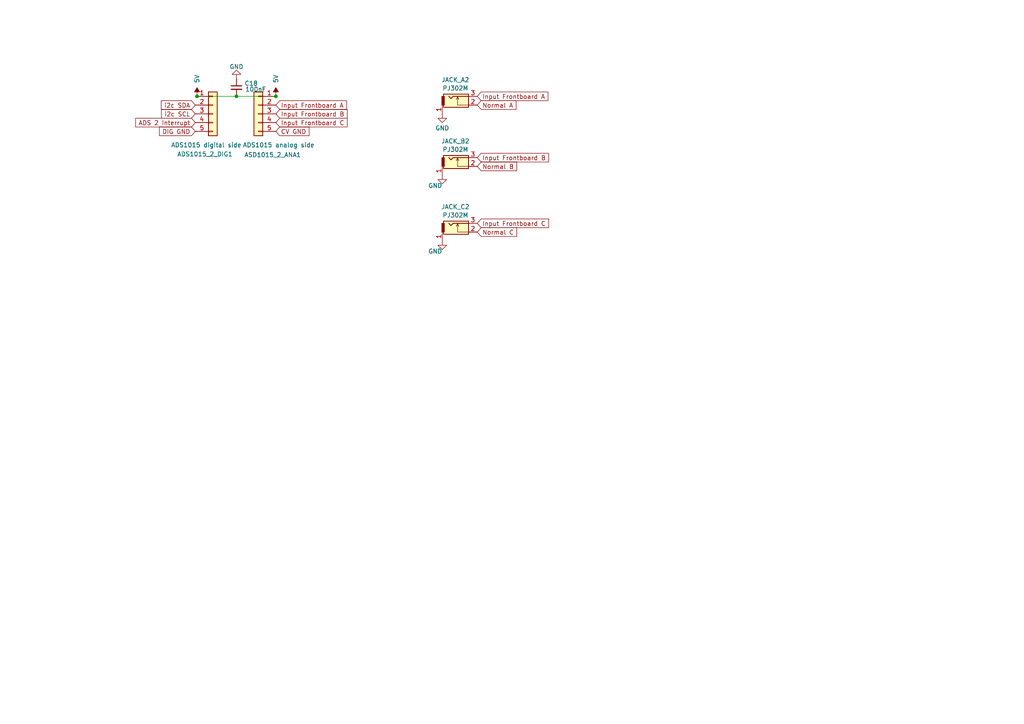
<source format=kicad_sch>
(kicad_sch (version 20231120) (generator "eeschema") (generator_version "8.0")
  (paper "A4")
  (lib_symbols
    (symbol "Akiyuki_Connector:PJ302M" (pin_names (offset 1.016))
      (property "Reference" "J" (at -1.27 4.445 0))
      (property "Value" "PJ302M" (at 1.27 -2.54 0))
      (symbol "PJ302M_0_1"
        (rectangle (start -4.699 3.175) (end 2.54 -0.635) (stroke (width 0.254)) (fill (type background)))
        (rectangle (start -4.445 0) (end -5.207 2.54) (fill (type outline)))
        (polyline (pts (xy -0.635 2.413) (xy -0.254 1.651)))
        (polyline (pts (xy 2.54 0) (xy -0.635 0) (xy -0.635 2.413) (xy -1.016 1.651)))
        (polyline (pts (xy 2.54 2.54) (xy -1.905 2.54) (xy -2.54 1.905) (xy -3.175 2.54)) (stroke (width 0.254)))
      )
      (symbol "PJ302M_1_1"
        (pin passive line (at -5.08 -2.54 90) (length 2.54) (name "~") (number "1"))
        (pin passive line (at 5.08 0 180) (length 2.54) (name "~") (number "2"))
        (pin passive line (at 5.08 2.54 180) (length 2.54) (name "~") (number "3"))
      )
    )
    (symbol "Connector_Generic:Conn_01x05" (pin_names (offset 1.016) hide)
      (property "Reference" "J" (at 0 7.62 0))
      (property "Value" "Conn_01x05" (at 0 -7.62 0))
      (symbol "Conn_01x05_1_1"
        (rectangle (start -1.27 -4.953) (end 0 -5.207) (stroke (width 0.1524)))
        (rectangle (start -1.27 -2.413) (end 0 -2.667) (stroke (width 0.1524)))
        (rectangle (start -1.27 0.127) (end 0 -0.127) (stroke (width 0.1524)))
        (rectangle (start -1.27 2.667) (end 0 2.413) (stroke (width 0.1524)))
        (rectangle (start -1.27 5.207) (end 0 4.953) (stroke (width 0.1524)))
        (rectangle (start -1.27 6.35) (end 1.27 -6.35) (stroke (width 0.254)) (fill (type background)))
        (pin passive line (at -5.08 5.08 0) (length 3.81) (name "Pin_1") (number "1"))
        (pin passive line (at -5.08 2.54 0) (length 3.81) (name "Pin_2") (number "2"))
        (pin passive line (at -5.08 0 0) (length 3.81) (name "Pin_3") (number "3"))
        (pin passive line (at -5.08 -2.54 0) (length 3.81) (name "Pin_4") (number "4"))
        (pin passive line (at -5.08 -5.08 0) (length 3.81) (name "Pin_5") (number "5"))
      )
    )
    (symbol "Device:C_Small" (pin_numbers hide) (pin_names (offset 0.254) hide)
      (property "Reference" "C" (at 0.254 1.778 0))
      (property "Value" "C_Small" (at 0.254 -2.032 0))
      (symbol "C_Small_0_1"
        (polyline (pts (xy -1.524 -0.508) (xy 1.524 -0.508)) (stroke (width 0.3302)))
        (polyline (pts (xy -1.524 0.508) (xy 1.524 0.508)) (stroke (width 0.3048)))
      )
      (symbol "C_Small_1_1"
        (pin passive line (at 0 2.54 270) (length 2.032) (name "~") (number "1"))
        (pin passive line (at 0 -2.54 90) (length 2.032) (name "~") (number "2"))
      )
    )
    (symbol "power:-12V" (power) (pin_numbers hide) (pin_names (offset 0) hide)
      (property "Value" "-12V" (at 0 3.556 0))
      (symbol "-12V_0_0"
        (pin power_in line (at 0 0 90) (length 0) (name "~") (number "1"))
      )
      (symbol "-12V_0_1"
        (polyline (pts (xy 0 0) (xy 0 1.27) (xy 0.762 1.27) (xy 0 2.54) (xy -0.762 1.27) (xy 0 1.27)) (fill (type outline)))
      )
    )
    (symbol "power:GND" (power) (pin_names (offset 0))
      (property "Value" "GND" (at 0 -3.81 0))
      (symbol "GND_0_1"
        (polyline (pts (xy 0 0) (xy 0 -1.27) (xy 1.27 -1.27) (xy 0 -2.54) (xy -1.27 -1.27) (xy 0 -1.27)))
      )
      (symbol "GND_1_1"
        (pin power_in line (at 0 0 270) (length 0) hide (name "GND") (number "1"))
      )
    )
  )
  (junction (at 80.01 27.94))
  (junction (at 57.15 27.94))
  (junction (at 68.58 27.94))
  (wire (pts (xy 56.642 27.94) (xy 57.15 27.94)))
  (wire (pts (xy 57.15 27.94) (xy 68.58 27.94)))
  (wire (pts (xy 68.58 27.94) (xy 80.01 27.94)))
  (global_label "Input Frontboard A" (shape input) (at 80.01 30.48 0) (property "Intersheetrefs" "${INTERSHEET_REFS}" (effects (hide yes))))
  (global_label "Input Frontboard B" (shape input) (at 138.43 45.72 0) (property "Intersheetrefs" "${INTERSHEET_REFS}" (effects (hide yes))))
  (global_label "i2c SCL" (shape input) (at 56.642 33.02 180) (property "Intersheetrefs" "${INTERSHEET_REFS}" (effects (hide yes))))
  (global_label "Normal C" (shape input) (at 138.43 67.31 0) (property "Intersheetrefs" "${INTERSHEET_REFS}" (effects (hide yes))))
  (global_label "Input Frontboard C" (shape input) (at 138.43 64.77 0) (property "Intersheetrefs" "${INTERSHEET_REFS}" (effects (hide yes))))
  (global_label "Normal A" (shape input) (at 138.43 30.48 0) (property "Intersheetrefs" "${INTERSHEET_REFS}" (effects (hide yes))))
  (global_label "Input Frontboard A" (shape input) (at 138.43 27.94 0) (property "Intersheetrefs" "${INTERSHEET_REFS}" (effects (hide yes))))
  (global_label "DIG GND" (shape input) (at 56.642 38.1 180) (property "Intersheetrefs" "${INTERSHEET_REFS}" (effects (hide yes))))
  (global_label "ADS 2 Interrupt" (shape input) (at 56.642 35.56 180) (property "Intersheetrefs" "${INTERSHEET_REFS}" (effects (hide yes))))
  (global_label "Input Frontboard C" (shape input) (at 80.01 35.56 0) (property "Intersheetrefs" "${INTERSHEET_REFS}" (effects (hide yes))))
  (global_label "Normal B" (shape input) (at 138.43 48.26 0) (property "Intersheetrefs" "${INTERSHEET_REFS}" (effects (hide yes))))
  (global_label "i2c SDA" (shape input) (at 56.642 30.48 180) (property "Intersheetrefs" "${INTERSHEET_REFS}" (effects (hide yes))))
  (global_label "CV GND" (shape input) (at 80.01 38.1 0) (property "Intersheetrefs" "${INTERSHEET_REFS}" (effects (hide yes))))
  (global_label "Input Frontboard B" (shape input) (at 80.01 33.02 0) (property "Intersheetrefs" "${INTERSHEET_REFS}" (effects (hide yes))))
  (symbol (lib_id "Akiyuki_Connector:PJ302M") (at 133.35 67.31 0) (unit 1)
    (property "Reference" "JACK_C2" (at 132.08 59.9905 0))
    (property "Value" "PJ302M" (at 132.08 62.4148 0))
    (property "Footprint" "Kicad_Akiyuki_Footprint:PJ302M" (effects (hide yes)))
    (property "Description" "2-pin audio jack receptable (mono/TS connector) with switching contact" (effects (hide yes)))
  )
  (symbol (lib_id "power:GND") (at 68.58 22.86 180) (unit 1)
    (property "Reference" "#PWR052" (effects (hide yes)))
    (property "Value" "GND" (at 68.58 19.3581 0))
  )
  (symbol (lib_id "power:-12V") (at 80.01 27.94 0) (unit 1)
    (property "Reference" "#PWR019" (effects (hide yes)))
    (property "Value" "5V" (at 80.01 24.13 90) (effects (justify left)))
    (property "Description" "Power symbol creates a global label with name \"-12V\"" (effects (hide yes)))
  )
  (symbol (lib_id "Connector_Generic:Conn_01x05") (at 61.722 33.02 0) (unit 1)
    (property "Reference" "ADS1015_2_DIG1" (at 51.3588 44.704 0) (effects (justify left)))
    (property "Value" "ADS1015 digital side" (at 49.5808 42.0624 0) (effects (justify left)))
    (property "Footprint" "Connector_PinSocket_2.54mm:PinSocket_1x05_P2.54mm_Vertical" (effects (hide yes)))
  )
  (symbol (lib_id "Device:C_Small") (at 68.58 25.4 0) (unit 1)
    (property "Reference" "C18" (at 70.9041 24.1941 0) (effects (justify left)))
    (property "Value" "100nF" (at 71.12 25.908 0) (effects (justify left)))
    (property "Footprint" "Capacitor_SMD:C_0805_2012Metric_Pad1.18x1.45mm_HandSolder" (effects (hide yes)))
    (property "Description" "Unpolarized capacitor, small symbol" (effects (hide yes)))
  )
  (symbol (lib_id "Akiyuki_Connector:PJ302M") (at 133.35 30.48 0) (unit 1)
    (property "Reference" "JACK_A2" (at 132.08 23.1605 0))
    (property "Value" "PJ302M" (at 132.08 25.5848 0))
    (property "Footprint" "Kicad_Akiyuki_Footprint:PJ302M" (effects (hide yes)))
    (property "Description" "2-pin audio jack receptable (mono/TS connector) with switching contact" (effects (hide yes)))
  )
  (symbol (lib_id "power:GND") (at 128.27 50.8 0) (unit 1)
    (property "Reference" "#PWR054" (effects (hide yes)))
    (property "Value" "GND" (at 128.27 53.848 0) (effects (justify right)))
    (property "Description" "Power symbol creates a global label with name \"GND\" , ground" (effects (hide yes)))
  )
  (symbol (lib_id "Akiyuki_Connector:PJ302M") (at 133.35 48.26 0) (unit 1)
    (property "Reference" "JACK_B2" (at 132.08 40.9405 0))
    (property "Value" "PJ302M" (at 132.08 43.3648 0))
    (property "Footprint" "Kicad_Akiyuki_Footprint:PJ302M" (effects (hide yes)))
    (property "Description" "2-pin audio jack receptable (mono/TS connector) with switching contact" (effects (hide yes)))
  )
  (symbol (lib_id "power:GND") (at 128.27 69.85 0) (unit 1)
    (property "Reference" "#PWR055" (effects (hide yes)))
    (property "Value" "GND" (at 128.27 72.898 0) (effects (justify right)))
    (property "Description" "Power symbol creates a global label with name \"GND\" , ground" (effects (hide yes)))
  )
  (symbol (lib_id "power:-12V") (at 57.15 27.94 0) (unit 1)
    (property "Reference" "#PWR025" (effects (hide yes)))
    (property "Value" "5V" (at 57.15 24.13 90) (effects (justify left)))
    (property "Description" "Power symbol creates a global label with name \"-12V\"" (effects (hide yes)))
  )
  (symbol (lib_id "power:GND") (at 128.27 33.02 0) (unit 1)
    (property "Reference" "#PWR053" (effects (hide yes)))
    (property "Value" "GND" (at 128.27 37.1531 0))
    (property "Description" "Power symbol creates a global label with name \"GND\" , ground" (effects (hide yes)))
  )
  (symbol (lib_id "Connector_Generic:Conn_01x05") (at 74.93 33.02 0) (mirror y) (unit 1)
    (property "Reference" "ASD1015_2_ANA1" (at 87.3252 44.9072 0) (effects (justify left)))
    (property "Value" "ADS1015 analog side" (at 91.2368 42.0624 0) (effects (justify left)))
    (property "Footprint" "Connector_PinSocket_2.54mm:PinSocket_1x05_P2.54mm_Vertical" (effects (hide yes)))
  )
)
</source>
